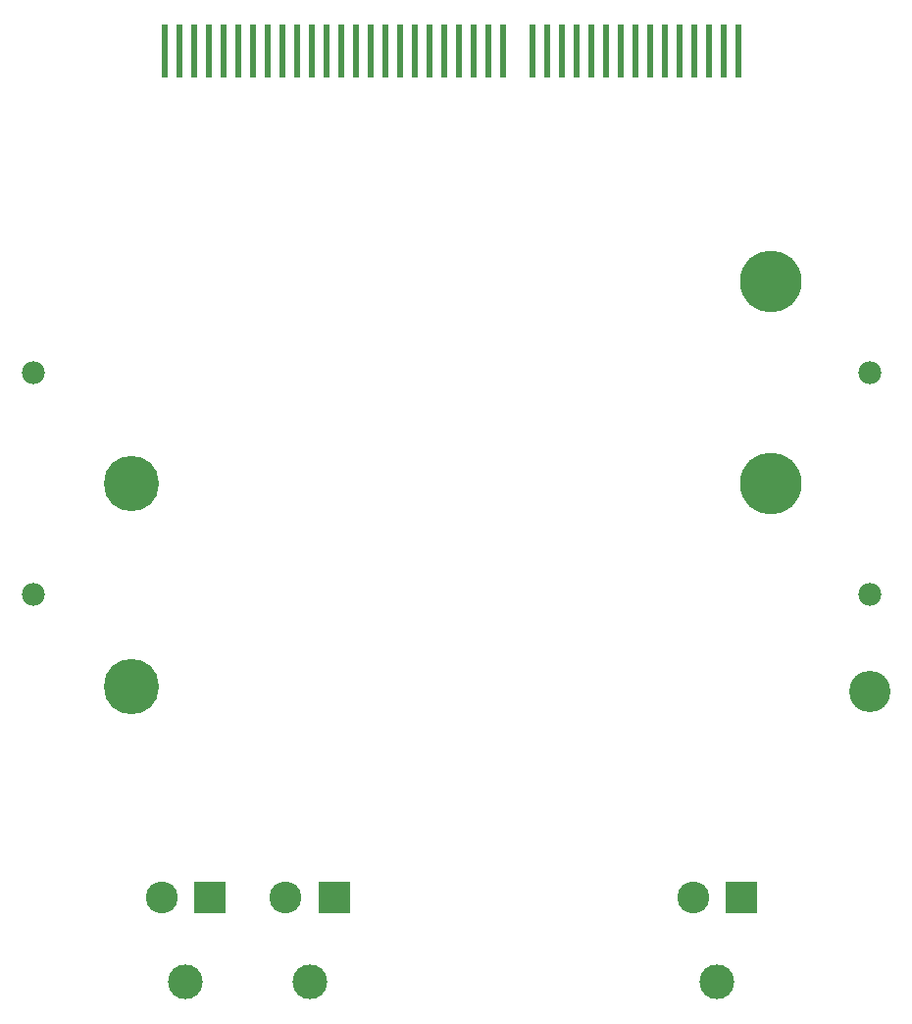
<source format=gbr>
%TF.GenerationSoftware,Altium Limited,Altium Designer,22.11.1 (43)*%
G04 Layer_Color=255*
%FSLAX45Y45*%
%MOMM*%
%TF.SameCoordinates,CC3570FD-A2D7-4FBA-AFAC-830B96578B4B*%
%TF.FilePolarity,Positive*%
%TF.FileFunction,Pads,Bot*%
%TF.Part,Single*%
G01*
G75*
%TA.AperFunction,SMDPad,CuDef*%
%ADD10R,0.53000X4.57200*%
%TA.AperFunction,ComponentPad*%
%ADD15C,3.00000*%
%ADD16R,2.75000X2.75000*%
%ADD17C,2.75000*%
%ADD18C,1.98000*%
%ADD19C,3.57000*%
%ADD20C,5.32500*%
%ADD21C,4.77000*%
D10*
X5238700Y9760000D02*
D03*
X7270700D02*
D03*
X7143700D02*
D03*
X7016700D02*
D03*
X6889700D02*
D03*
X6762700D02*
D03*
X6635700D02*
D03*
X6508700D02*
D03*
X6381700D02*
D03*
X6254700D02*
D03*
X6127700D02*
D03*
X6000700D02*
D03*
X5873700D02*
D03*
X5746700D02*
D03*
X5619700D02*
D03*
X5492700D02*
D03*
X5111700D02*
D03*
X4984700D02*
D03*
X4857700D02*
D03*
X4730700D02*
D03*
X4603700D02*
D03*
X4476700D02*
D03*
X4349700D02*
D03*
X4222700D02*
D03*
X4095700D02*
D03*
X3968700D02*
D03*
X3841700D02*
D03*
X3714700D02*
D03*
X3587700D02*
D03*
X3460700D02*
D03*
X3333700D02*
D03*
X3206700D02*
D03*
X3079700D02*
D03*
X2952700D02*
D03*
X2825700D02*
D03*
X2698700D02*
D03*
X2571700D02*
D03*
X2444700D02*
D03*
X2317700D02*
D03*
D15*
X7088500Y1720000D02*
D03*
X3570000D02*
D03*
X2500000D02*
D03*
D16*
X7298500Y2450000D02*
D03*
X3780000D02*
D03*
X2710000D02*
D03*
D17*
X6878500D02*
D03*
X3360000D02*
D03*
X2290000D02*
D03*
D18*
X8405250Y6979000D02*
D03*
Y5066000D02*
D03*
X1183250Y6979000D02*
D03*
Y5066000D02*
D03*
D19*
X8405250Y4229000D02*
D03*
D20*
X7554250Y7771000D02*
D03*
Y6024000D02*
D03*
D21*
X2034250Y4271000D02*
D03*
Y6024000D02*
D03*
%TF.MD5,b395ff60cd459c90a01f11e13c9dda43*%
M02*

</source>
